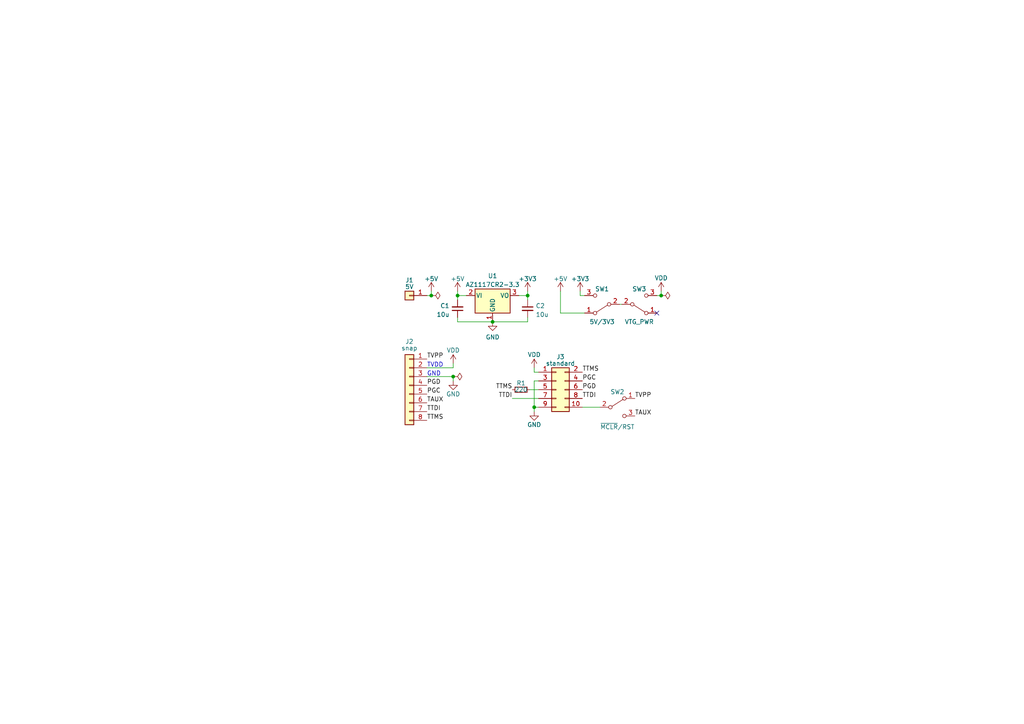
<source format=kicad_sch>
(kicad_sch (version 20231120) (generator "eeschema") (generator_version "8.0")
  (paper "A4")
  (lib_symbols
    (symbol "Connector_Generic:Conn_01x01" (pin_names (offset 1.016) hide)
      (property "Reference" "J" (at 0 2.54 0))
      (property "Value" "Conn_01x01" (at 0 -2.54 0))
      (symbol "Conn_01x01_1_1"
        (rectangle (start -1.27 0.127) (end 0 -0.127) (stroke (width 0.1524)))
        (rectangle (start -1.27 1.27) (end 1.27 -1.27) (stroke (width 0.254)) (fill (type background)))
        (pin passive line (at -5.08 0 0) (length 3.81) (name "Pin_1") (number "1"))
      )
    )
    (symbol "Connector_Generic:Conn_01x08" (pin_names (offset 1.016) hide)
      (property "Reference" "J" (at 0 10.16 0))
      (property "Value" "Conn_01x08" (at 0 -12.7 0))
      (symbol "Conn_01x08_1_1"
        (rectangle (start -1.27 -10.033) (end 0 -10.287) (stroke (width 0.1524)))
        (rectangle (start -1.27 -7.493) (end 0 -7.747) (stroke (width 0.1524)))
        (rectangle (start -1.27 -4.953) (end 0 -5.207) (stroke (width 0.1524)))
        (rectangle (start -1.27 -2.413) (end 0 -2.667) (stroke (width 0.1524)))
        (rectangle (start -1.27 0.127) (end 0 -0.127) (stroke (width 0.1524)))
        (rectangle (start -1.27 2.667) (end 0 2.413) (stroke (width 0.1524)))
        (rectangle (start -1.27 5.207) (end 0 4.953) (stroke (width 0.1524)))
        (rectangle (start -1.27 7.747) (end 0 7.493) (stroke (width 0.1524)))
        (rectangle (start -1.27 8.89) (end 1.27 -11.43) (stroke (width 0.254)) (fill (type background)))
        (pin passive line (at -5.08 7.62 0) (length 3.81) (name "Pin_1") (number "1"))
        (pin passive line (at -5.08 5.08 0) (length 3.81) (name "Pin_2") (number "2"))
        (pin passive line (at -5.08 2.54 0) (length 3.81) (name "Pin_3") (number "3"))
        (pin passive line (at -5.08 0 0) (length 3.81) (name "Pin_4") (number "4"))
        (pin passive line (at -5.08 -2.54 0) (length 3.81) (name "Pin_5") (number "5"))
        (pin passive line (at -5.08 -5.08 0) (length 3.81) (name "Pin_6") (number "6"))
        (pin passive line (at -5.08 -7.62 0) (length 3.81) (name "Pin_7") (number "7"))
        (pin passive line (at -5.08 -10.16 0) (length 3.81) (name "Pin_8") (number "8"))
      )
    )
    (symbol "Connector_Generic:Conn_02x05_Odd_Even" (pin_names (offset 1.016) hide)
      (property "Reference" "J" (at 1.27 7.62 0))
      (property "Value" "Conn_02x05_Odd_Even" (at 1.27 -7.62 0))
      (symbol "Conn_02x05_Odd_Even_1_1"
        (rectangle (start -1.27 -4.953) (end 0 -5.207) (stroke (width 0.1524)))
        (rectangle (start -1.27 -2.413) (end 0 -2.667) (stroke (width 0.1524)))
        (rectangle (start -1.27 0.127) (end 0 -0.127) (stroke (width 0.1524)))
        (rectangle (start -1.27 2.667) (end 0 2.413) (stroke (width 0.1524)))
        (rectangle (start -1.27 5.207) (end 0 4.953) (stroke (width 0.1524)))
        (rectangle (start -1.27 6.35) (end 3.81 -6.35) (stroke (width 0.254)) (fill (type background)))
        (rectangle (start 3.81 -4.953) (end 2.54 -5.207) (stroke (width 0.1524)))
        (rectangle (start 3.81 -2.413) (end 2.54 -2.667) (stroke (width 0.1524)))
        (rectangle (start 3.81 0.127) (end 2.54 -0.127) (stroke (width 0.1524)))
        (rectangle (start 3.81 2.667) (end 2.54 2.413) (stroke (width 0.1524)))
        (rectangle (start 3.81 5.207) (end 2.54 4.953) (stroke (width 0.1524)))
        (pin passive line (at -5.08 5.08 0) (length 3.81) (name "Pin_1") (number "1"))
        (pin passive line (at 7.62 -5.08 180) (length 3.81) (name "Pin_10") (number "10"))
        (pin passive line (at 7.62 5.08 180) (length 3.81) (name "Pin_2") (number "2"))
        (pin passive line (at -5.08 2.54 0) (length 3.81) (name "Pin_3") (number "3"))
        (pin passive line (at 7.62 2.54 180) (length 3.81) (name "Pin_4") (number "4"))
        (pin passive line (at -5.08 0 0) (length 3.81) (name "Pin_5") (number "5"))
        (pin passive line (at 7.62 0 180) (length 3.81) (name "Pin_6") (number "6"))
        (pin passive line (at -5.08 -2.54 0) (length 3.81) (name "Pin_7") (number "7"))
        (pin passive line (at 7.62 -2.54 180) (length 3.81) (name "Pin_8") (number "8"))
        (pin passive line (at -5.08 -5.08 0) (length 3.81) (name "Pin_9") (number "9"))
      )
    )
    (symbol "Device:C_Small" (pin_numbers hide) (pin_names (offset 0.254) hide)
      (property "Reference" "C" (at 0.254 1.778 0))
      (property "Value" "C_Small" (at 0.254 -2.032 0))
      (symbol "C_Small_0_1"
        (polyline (pts (xy -1.524 -0.508) (xy 1.524 -0.508)) (stroke (width 0.3302)))
        (polyline (pts (xy -1.524 0.508) (xy 1.524 0.508)) (stroke (width 0.3048)))
      )
      (symbol "C_Small_1_1"
        (pin passive line (at 0 2.54 270) (length 2.032) (name "~") (number "1"))
        (pin passive line (at 0 -2.54 90) (length 2.032) (name "~") (number "2"))
      )
    )
    (symbol "Device:R_Small" (pin_numbers hide) (pin_names (offset 0.254) hide)
      (property "Reference" "R" (at 0.762 0.508 0))
      (property "Value" "R_Small" (at 0.762 -1.016 0))
      (symbol "R_Small_0_1"
        (rectangle (start -0.762 1.778) (end 0.762 -1.778) (stroke (width 0.2032)))
      )
      (symbol "R_Small_1_1"
        (pin passive line (at 0 2.54 270) (length 0.762) (name "~") (number "1"))
        (pin passive line (at 0 -2.54 90) (length 0.762) (name "~") (number "2"))
      )
    )
    (symbol "Regulator_Linear:AZ1117-3.3" (pin_names (offset 0.254))
      (property "Reference" "U?" (at 0 5.6048 0))
      (property "Value" "AZ1117CR2-3.3" (at 0 3.0679 0))
      (symbol "AZ1117-3.3_0_1"
        (rectangle (start -5.08 1.905) (end 5.08 -5.08) (stroke (width 0.254)) (fill (type background)))
      )
      (symbol "AZ1117-3.3_1_1"
        (pin power_in line (at 0 -7.62 90) (length 2.54) (name "GND") (number "1"))
        (pin power_in line (at -7.62 0 0) (length 2.54) (name "VI") (number "2"))
        (pin power_out line (at 7.62 0 180) (length 2.54) (name "VO") (number "3"))
      )
    )
    (symbol "Switch:SW_SPDT" (pin_names (offset 0) hide)
      (property "Reference" "SW" (at 0 4.318 0))
      (property "Value" "SW_SPDT" (at 0 -5.08 0))
      (symbol "SW_SPDT_0_0"
        (circle (center -2.032 0) (radius 0.508))
        (circle (center 2.032 -2.54) (radius 0.508))
      )
      (symbol "SW_SPDT_0_1"
        (polyline (pts (xy -1.524 0.254) (xy 1.651 2.286)))
        (circle (center 2.032 2.54) (radius 0.508))
      )
      (symbol "SW_SPDT_1_1"
        (pin passive line (at 5.08 2.54 180) (length 2.54) (name "A") (number "1"))
        (pin passive line (at -5.08 0 0) (length 2.54) (name "B") (number "2"))
        (pin passive line (at 5.08 -2.54 180) (length 2.54) (name "C") (number "3"))
      )
    )
    (symbol "power:+3V3" (power) (pin_names (offset 0))
      (property "Value" "+3V3" (at 0 3.556 0))
      (symbol "+3V3_0_1"
        (polyline (pts (xy -0.762 1.27) (xy 0 2.54)))
        (polyline (pts (xy 0 0) (xy 0 2.54)))
        (polyline (pts (xy 0 2.54) (xy 0.762 1.27)))
      )
      (symbol "+3V3_1_1"
        (pin power_in line (at 0 0 90) (length 0) hide (name "+3V3") (number "1"))
      )
    )
    (symbol "power:+5V" (power) (pin_names (offset 0))
      (property "Value" "+5V" (at 0 3.556 0))
      (symbol "+5V_0_1"
        (polyline (pts (xy -0.762 1.27) (xy 0 2.54)))
        (polyline (pts (xy 0 0) (xy 0 2.54)))
        (polyline (pts (xy 0 2.54) (xy 0.762 1.27)))
      )
      (symbol "+5V_1_1"
        (pin power_in line (at 0 0 90) (length 0) hide (name "+5V") (number "1"))
      )
    )
    (symbol "power:GND" (power) (pin_names (offset 0))
      (property "Value" "GND" (at 0 -3.81 0))
      (symbol "GND_0_1"
        (polyline (pts (xy 0 0) (xy 0 -1.27) (xy 1.27 -1.27) (xy 0 -2.54) (xy -1.27 -1.27) (xy 0 -1.27)))
      )
      (symbol "GND_1_1"
        (pin power_in line (at 0 0 270) (length 0) hide (name "GND") (number "1"))
      )
    )
    (symbol "power:PWR_FLAG" (power) (pin_numbers hide) (pin_names (offset 0) hide)
      (property "Value" "PWR_FLAG" (at 0 3.81 0))
      (symbol "PWR_FLAG_0_0"
        (pin power_out line (at 0 0 90) (length 0) (name "pwr") (number "1"))
      )
      (symbol "PWR_FLAG_0_1"
        (polyline (pts (xy 0 0) (xy 0 1.27) (xy -1.016 1.905) (xy 0 2.54) (xy 1.016 1.905) (xy 0 1.27)))
      )
    )
    (symbol "power:VDD" (power) (pin_names (offset 0))
      (property "Value" "VDD" (at 0 3.81 0))
      (symbol "VDD_0_1"
        (polyline (pts (xy -0.762 1.27) (xy 0 2.54)))
        (polyline (pts (xy 0 0) (xy 0 2.54)))
        (polyline (pts (xy 0 2.54) (xy 0.762 1.27)))
      )
      (symbol "VDD_1_1"
        (pin power_in line (at 0 0 90) (length 0) hide (name "VDD") (number "1"))
      )
    )
  )
  (junction (at 132.715 85.725))
  (junction (at 125.095 85.725))
  (junction (at 154.94 118.11))
  (junction (at 153.035 85.725))
  (junction (at 191.77 85.725))
  (junction (at 131.445 109.22))
  (junction (at 142.875 93.345))
  (no_connect (at 190.5 90.805))
  (wire (pts (xy 142.875 93.345) (xy 153.035 93.345)))
  (wire (pts (xy 148.59 115.57) (xy 156.21 115.57)))
  (wire (pts (xy 132.715 85.725) (xy 135.255 85.725)))
  (wire (pts (xy 162.56 90.805) (xy 169.545 90.805)))
  (wire (pts (xy 123.825 106.68) (xy 131.445 106.68)))
  (wire (pts (xy 168.275 84.455) (xy 168.275 85.725)))
  (wire (pts (xy 131.445 109.22) (xy 131.445 110.49)))
  (wire (pts (xy 168.275 85.725) (xy 169.545 85.725)))
  (wire (pts (xy 154.94 118.11) (xy 154.94 110.49)))
  (wire (pts (xy 153.67 113.03) (xy 156.21 113.03)))
  (wire (pts (xy 162.56 84.455) (xy 162.56 90.805)))
  (wire (pts (xy 125.095 85.725) (xy 125.095 84.455)))
  (wire (pts (xy 150.495 85.725) (xy 153.035 85.725)))
  (wire (pts (xy 132.715 92.075) (xy 132.715 93.345)))
  (wire (pts (xy 191.77 85.725) (xy 191.77 84.455)))
  (wire (pts (xy 123.825 109.22) (xy 131.445 109.22)))
  (wire (pts (xy 132.715 84.455) (xy 132.715 85.725)))
  (wire (pts (xy 123.825 85.725) (xy 125.095 85.725)))
  (wire (pts (xy 153.035 86.995) (xy 153.035 85.725)))
  (wire (pts (xy 168.91 118.11) (xy 173.99 118.11)))
  (wire (pts (xy 154.94 107.95) (xy 154.94 106.68)))
  (wire (pts (xy 180.34 88.265) (xy 179.705 88.265)))
  (wire (pts (xy 132.715 93.345) (xy 142.875 93.345)))
  (wire (pts (xy 190.5 85.725) (xy 191.77 85.725)))
  (wire (pts (xy 156.21 107.95) (xy 154.94 107.95)))
  (wire (pts (xy 153.035 84.455) (xy 153.035 85.725)))
  (wire (pts (xy 153.035 93.345) (xy 153.035 92.075)))
  (wire (pts (xy 154.94 118.11) (xy 156.21 118.11)))
  (wire (pts (xy 154.94 110.49) (xy 156.21 110.49)))
  (wire (pts (xy 154.94 119.38) (xy 154.94 118.11)))
  (wire (pts (xy 131.445 106.68) (xy 131.445 105.41)))
  (wire (pts (xy 132.715 85.725) (xy 132.715 86.995)))
  (text "TVDD" (at 123.825 106.68 0) (effects (font (size 1.27 1.27)) (justify left bottom)))
  (text "GND" (at 123.825 109.22 0) (effects (font (size 1.27 1.27)) (justify left bottom)))
  (label "PGD" (at 168.91 113.03 0))
  (label "TVPP" (at 123.825 104.14 0))
  (label "PGC" (at 123.825 114.3 0))
  (label "TAUX" (at 123.825 116.84 0))
  (label "PGD" (at 123.825 111.76 0))
  (label "TTMS" (at 148.59 113.03 180))
  (label "PGC" (at 168.91 110.49 0))
  (label "TTMS" (at 123.825 121.92 0))
  (label "TAUX" (at 184.15 120.65 0))
  (label "TVPP" (at 184.15 115.57 0))
  (label "TTMS" (at 168.91 107.95 0))
  (label "TTDI" (at 168.91 115.57 0))
  (label "TTDI" (at 148.59 115.57 180))
  (label "TTDI" (at 123.825 119.38 0))
  (symbol (lib_id "power:+5V") (at 125.095 84.455 0) (unit 1)
    (property "Reference" "#PWR01" (effects (hide yes)))
    (property "Value" "+5V" (at 125.095 80.8792 0))
  )
  (symbol (lib_id "power:GND") (at 142.875 93.345 0) (unit 1)
    (property "Reference" "#PWR05" (effects (hide yes)))
    (property "Value" "GND" (at 142.875 97.7884 0))
  )
  (symbol (lib_id "Regulator_Linear:AZ1117-3.3") (at 142.875 85.725 0) (unit 1)
    (property "Reference" "U1" (at 142.875 80.01 0))
    (property "Value" "AZ1117CR2-3.3" (at 142.875 82.55 0))
    (property "Footprint" "Package_TO_SOT_SMD:SOT-89-3" (effects (hide yes)))
    (property "Datasheet" "https://www.diodes.com/assets/Datasheets/AZ1117.pdf" (effects (hide yes)))
  )
  (symbol (lib_id "Connector_Generic:Conn_01x01") (at 118.745 85.725 180) (unit 1)
    (property "Reference" "J1" (at 118.745 81.28 0))
    (property "Value" "5V" (at 118.745 83.185 0))
    (property "Footprint" "TestPoint:TestPoint_THTPad_D1.5mm_Drill0.7mm" (effects (hide yes)))
  )
  (symbol (lib_id "power:+3V3") (at 153.035 84.455 0) (unit 1)
    (property "Reference" "#PWR06" (effects (hide yes)))
    (property "Value" "+3V3" (at 153.035 80.8792 0))
  )
  (symbol (lib_id "power:+5V") (at 162.56 84.455 0) (unit 1)
    (property "Reference" "#PWR010" (effects (hide yes)))
    (property "Value" "+5V" (at 162.56 80.8792 0))
  )
  (symbol (lib_id "Switch:SW_SPDT") (at 185.42 88.265 0) (mirror x) (unit 1)
    (property "Reference" "SW3" (at 185.42 83.82 0))
    (property "Value" "VTG_PWR" (at 185.42 93.345 0))
    (property "Footprint" "extraparts:JS202011JAQN" (effects (hide yes)))
  )
  (symbol (lib_id "power:PWR_FLAG") (at 125.095 85.725 270) (unit 1)
    (property "Reference" "#FLG01" (effects (hide yes)))
    (property "Value" "PWR_FLAG" (effects (hide yes)))
  )
  (symbol (lib_id "power:+5V") (at 132.715 84.455 0) (unit 1)
    (property "Reference" "#PWR04" (effects (hide yes)))
    (property "Value" "+5V" (at 132.715 80.8792 0))
  )
  (symbol (lib_id "Device:C_Small") (at 132.715 89.535 0) (mirror x) (unit 1)
    (property "Reference" "C1" (at 130.391 88.6939 0) (effects (justify right)))
    (property "Value" "10u" (at 130.391 91.2308 0) (effects (justify right)))
    (property "Footprint" "Capacitor_SMD:C_0805_2012Metric" (effects (hide yes)))
  )
  (symbol (lib_id "power:VDD") (at 131.445 105.41 0) (unit 1)
    (property "Reference" "#PWR02" (effects (hide yes)))
    (property "Value" "VDD" (at 131.445 101.6 0))
  )
  (symbol (lib_id "Connector_Generic:Conn_02x05_Odd_Even") (at 161.29 113.03 0) (unit 1)
    (property "Reference" "J3" (at 162.56 103.505 0))
    (property "Value" "standard" (at 162.56 105.41 0))
    (property "Footprint" "extraparts:TC2050+Header" (effects (hide yes)))
  )
  (symbol (lib_id "power:VDD") (at 191.77 84.455 0) (unit 1)
    (property "Reference" "#PWR011" (effects (hide yes)))
    (property "Value" "VDD" (at 191.77 80.645 0))
  )
  (symbol (lib_id "power:GND") (at 154.94 119.38 0) (unit 1)
    (property "Reference" "#PWR08" (effects (hide yes)))
    (property "Value" "GND" (at 154.94 123.19 0))
  )
  (symbol (lib_id "Switch:SW_SPDT") (at 174.625 88.265 180) (unit 1)
    (property "Reference" "SW1" (at 174.625 83.82 0))
    (property "Value" "5V/3V3" (at 174.625 93.345 0))
    (property "Footprint" "extraparts:JS202011JAQN" (effects (hide yes)))
  )
  (symbol (lib_id "power:+3V3") (at 168.275 84.455 0) (unit 1)
    (property "Reference" "#PWR09" (effects (hide yes)))
    (property "Value" "+3V3" (at 168.275 80.8792 0))
  )
  (symbol (lib_id "Switch:SW_SPDT") (at 179.07 118.11 0) (unit 1)
    (property "Reference" "SW2" (at 179.07 113.665 0))
    (property "Value" "~{MCLR}/RST" (at 179.07 123.825 0))
    (property "Footprint" "extraparts:JS202011JAQN" (effects (hide yes)))
  )
  (symbol (lib_id "Device:C_Small") (at 153.035 89.535 0) (unit 1)
    (property "Reference" "C2" (at 155.3591 88.7066 0) (effects (justify left)))
    (property "Value" "10u" (at 155.3591 91.2435 0) (effects (justify left)))
    (property "Footprint" "Capacitor_SMD:C_0805_2012Metric" (effects (hide yes)))
  )
  (symbol (lib_id "power:VDD") (at 154.94 106.68 0) (unit 1)
    (property "Reference" "#PWR07" (effects (hide yes)))
    (property "Value" "VDD" (at 154.94 102.87 0))
  )
  (symbol (lib_id "power:GND") (at 131.445 110.49 0) (unit 1)
    (property "Reference" "#PWR03" (effects (hide yes)))
    (property "Value" "GND" (at 131.445 114.3 0))
  )
  (symbol (lib_id "Connector_Generic:Conn_01x08") (at 118.745 111.76 0) (mirror y) (unit 1)
    (property "Reference" "J2" (at 118.745 99.06 0))
    (property "Value" "snap" (at 118.745 100.965 0))
    (property "Footprint" "Connector_PinHeader_2.54mm:PinHeader_1x08_P2.54mm_Vertical" (effects (hide yes)))
  )
  (symbol (lib_id "power:PWR_FLAG") (at 131.445 109.22 270) (unit 1)
    (property "Reference" "#FLG02" (effects (hide yes)))
    (property "Value" "PWR_FLAG" (effects (hide yes)))
  )
  (symbol (lib_id "power:PWR_FLAG") (at 191.77 85.725 270) (unit 1)
    (property "Reference" "#FLG03" (effects (hide yes)))
    (property "Value" "PWR_FLAG" (effects (hide yes)))
  )
  (symbol (lib_id "Device:R_Small") (at 151.13 113.03 90) (unit 1)
    (property "Reference" "R1" (at 151.13 111.125 90))
    (property "Value" "220" (at 151.13 113.03 90))
    (property "Footprint" "Resistor_SMD:R_0603_1608Metric" (effects (hide yes)))
  )
)
</source>
